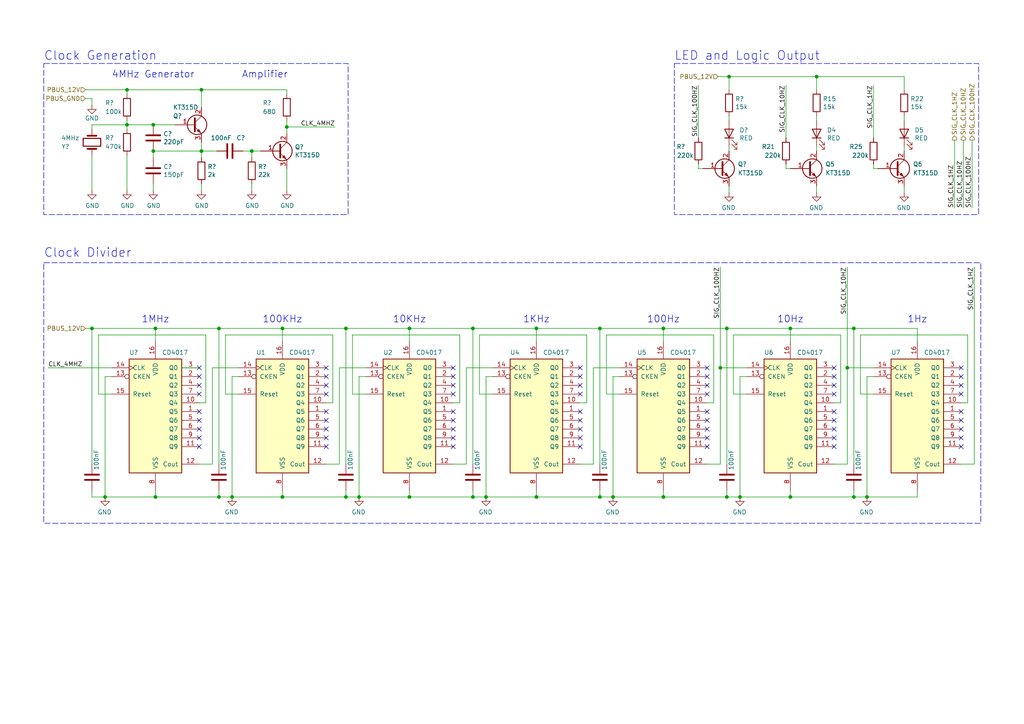
<source format=kicad_sch>
(kicad_sch (version 20250114) (generator "eeschema") (generator_version "9.0")
  (paper "A4")
  (title_block (title "IV-6 VFD Clock") (date "2025-06-25") (rev "MkII") (company "ADBeta"))
  (lib_symbols
    (symbol "4xxx:4017" (pin_names (offset 1.016))
      (property "Reference" "U" (at -7.62 16.51 0))
      (property "Value" "4017" (at -7.62 -19.05 0))
      (symbol "4017_1_0"
        (pin input clock (at -12.7 12.7 0) (length 5.08) (name "CLK") (number "14"))
        (pin input inverted (at -12.7 10.16 0) (length 5.08) (name "CKEN") (number "13"))
        (pin input line (at -12.7 5.08 0) (length 5.08) (name "Reset") (number "15"))
        (pin power_in line (at 0 20.32 270) (length 5.08) (name "VDD") (number "16"))
        (pin power_in line (at 0 -22.86 90) (length 5.08) (name "VSS") (number "8"))
        (pin output line (at 12.7 12.7 180) (length 5.08) (name "Q0") (number "3"))
        (pin output line (at 12.7 10.16 180) (length 5.08) (name "Q1") (number "2"))
        (pin output line (at 12.7 7.62 180) (length 5.08) (name "Q2") (number "4"))
        (pin output line (at 12.7 5.08 180) (length 5.08) (name "Q3") (number "7"))
        (pin output line (at 12.7 2.54 180) (length 5.08) (name "Q4") (number "10"))
        (pin output line (at 12.7 0 180) (length 5.08) (name "Q5") (number "1"))
        (pin output line (at 12.7 -2.54 180) (length 5.08) (name "Q6") (number "5"))
        (pin output line (at 12.7 -5.08 180) (length 5.08) (name "Q7") (number "6"))
        (pin output line (at 12.7 -7.62 180) (length 5.08) (name "Q8") (number "9"))
        (pin output line (at 12.7 -10.16 180) (length 5.08) (name "Q9") (number "11"))
        (pin output line (at 12.7 -15.24 180) (length 5.08) (name "Cout") (number "12"))
      )
      (symbol "4017_1_1"
        (rectangle (start -7.62 15.24) (end 7.62 -17.78) (stroke (width 0.254)) (fill (type background)))
      )
    )
    (symbol "Device:C" (pin_numbers (hide yes)) (pin_names (offset 0.254))
      (property "Reference" "C" (at 0.635 2.54 0))
      (property "Value" "C" (at 0.635 -2.54 0))
      (symbol "C_0_1"
        (polyline (pts (xy -2.032 0.762) (xy 2.032 0.762)) (stroke (width 0.508)))
        (polyline (pts (xy -2.032 -0.762) (xy 2.032 -0.762)) (stroke (width 0.508)))
      )
      (symbol "C_1_1"
        (pin passive line (at 0 3.81 270) (length 2.794) (name "~") (number "1"))
        (pin passive line (at 0 -3.81 90) (length 2.794) (name "~") (number "2"))
      )
    )
    (symbol "Device:Crystal" (pin_numbers (hide yes)) (pin_names (offset 1.016) (hide yes))
      (property "Reference" "Y" (at 0 3.81 0))
      (property "Value" "Crystal" (at 0 -3.81 0))
      (symbol "Crystal_0_1"
        (polyline (pts (xy -2.54 0) (xy -1.905 0)))
        (polyline (pts (xy -1.905 -1.27) (xy -1.905 1.27)) (stroke (width 0.508)))
        (rectangle (start -1.143 2.54) (end 1.143 -2.54) (stroke (width 0.3048)))
        (polyline (pts (xy 1.905 -1.27) (xy 1.905 1.27)) (stroke (width 0.508)))
        (polyline (pts (xy 2.54 0) (xy 1.905 0)))
      )
      (symbol "Crystal_1_1"
        (pin passive line (at -3.81 0 0) (length 1.27) (name "1") (number "1"))
        (pin passive line (at 3.81 0 180) (length 1.27) (name "2") (number "2"))
      )
    )
    (symbol "Device:LED" (pin_numbers (hide yes)) (pin_names (offset 1.016) (hide yes))
      (property "Reference" "D" (at 0 2.54 0))
      (property "Value" "LED" (at 0 -2.54 0))
      (symbol "LED_0_1"
        (polyline (pts (xy -3.048 -0.762) (xy -4.572 -2.286) (xy -3.81 -2.286) (xy -4.572 -2.286) (xy -4.572 -1.524)))
        (polyline (pts (xy -1.778 -0.762) (xy -3.302 -2.286) (xy -2.54 -2.286) (xy -3.302 -2.286) (xy -3.302 -1.524)))
        (polyline (pts (xy -1.27 0) (xy 1.27 0)))
        (polyline (pts (xy -1.27 -1.27) (xy -1.27 1.27)) (stroke (width 0.254)))
        (polyline (pts (xy 1.27 -1.27) (xy 1.27 1.27) (xy -1.27 0) (xy 1.27 -1.27)) (stroke (width 0.254)))
      )
      (symbol "LED_1_1"
        (pin passive line (at -3.81 0 0) (length 2.54) (name "K") (number "1"))
        (pin passive line (at 3.81 0 180) (length 2.54) (name "A") (number "2"))
      )
    )
    (symbol "Device:Q_NPN_BCE" (pin_names (offset 0) (hide yes))
      (property "Reference" "Q" (at 5.08 1.27 0))
      (property "Value" "Q_NPN_BCE" (at 5.08 -1.27 0))
      (symbol "Q_NPN_BCE_0_1"
        (polyline (pts (xy 0.635 1.905) (xy 0.635 -1.905) (xy 0.635 -1.905)) (stroke (width 0.508)))
        (polyline (pts (xy 0.635 0.635) (xy 2.54 2.54)))
        (polyline (pts (xy 0.635 -0.635) (xy 2.54 -2.54) (xy 2.54 -2.54)))
        (circle (center 1.27 0) (radius 2.8194) (stroke (width 0.254)))
        (polyline (pts (xy 1.27 -1.778) (xy 1.778 -1.27) (xy 2.286 -2.286) (xy 1.27 -1.778) (xy 1.27 -1.778)) (fill (type outline)))
      )
      (symbol "Q_NPN_BCE_1_1"
        (pin input line (at -5.08 0 0) (length 5.715) (name "B") (number "1"))
        (pin passive line (at 2.54 5.08 270) (length 2.54) (name "C") (number "2"))
        (pin passive line (at 2.54 -5.08 90) (length 2.54) (name "E") (number "3"))
      )
    )
    (symbol "Device:R" (pin_numbers (hide yes)) (pin_names (offset 0))
      (property "Reference" "R" (at 2.032 0 90))
      (property "Value" "R" (at 0 0 90))
      (symbol "R_0_1"
        (rectangle (start -1.016 -2.54) (end 1.016 2.54) (stroke (width 0.254)))
      )
      (symbol "R_1_1"
        (pin passive line (at 0 3.81 270) (length 1.27) (name "~") (number "1"))
        (pin passive line (at 0 -3.81 90) (length 1.27) (name "~") (number "2"))
      )
    )
    (symbol "power:GND" (power) (pin_names (offset 0))
      (property "Value" "GND" (at 0 -3.81 0))
      (symbol "GND_0_1"
        (polyline (pts (xy 0 0) (xy 0 -1.27) (xy 1.27 -1.27) (xy 0 -2.54) (xy -1.27 -1.27) (xy 0 -1.27)))
      )
      (symbol "GND_1_1"
        (pin power_in line (at 0 0 270) (length 0) (hide yes) (name "GND") (number "1"))
      )
    )
  )
  (rectangle (start 195.58 18.415) (end 283.845 62.23) (stroke (width 0) (type dash)))
  (rectangle (start 12.7 18.415) (end 100.965 62.23) (stroke (width 0) (type dash)))
  (rectangle (start 12.7 76.2) (end 284.48 151.765) (stroke (width 0) (type dash)))
  (text "4MHz Generator" (at 44.45 22.86 0) (effects (font (size 2 2)) (justify bottom)))
  (text "100KHz" (at 81.915 92.71 0) (effects (font (size 2 2))))
  (text "Clock Generation" (at 12.7 17.78 0) (effects (font (size 2.54 2.54)) (justify left bottom)))
  (text "10KHz" (at 118.745 92.71 0) (effects (font (size 2 2))))
  (text "Clock Divider" (at 12.7 74.93 0) (effects (font (size 2.54 2.54)) (justify left bottom)))
  (text "100Hz" (at 192.405 92.71 0) (effects (font (size 2 2))))
  (text "10Hz" (at 229.235 92.71 0) (effects (font (size 2 2))))
  (text "1Hz" (at 266.065 92.71 0) (effects (font (size 2 2))))
  (text "LED and Logic Output" (at 195.58 17.78 0) (effects (font (size 2.54 2.54)) (justify left bottom)))
  (text "1MHz" (at 45.085 92.71 0) (effects (font (size 2 2))))
  (text "Amplifier" (at 76.835 22.86 0) (effects (font (size 2 2)) (justify bottom)))
  (text "1KHz" (at 155.575 92.71 0) (effects (font (size 2 2))))
  (junction (at 63.5 144.145))
  (junction (at 100.33 95.25))
  (junction (at 245.745 106.68))
  (junction (at 26.67 95.25))
  (junction (at 67.31 144.145))
  (junction (at 155.575 144.145))
  (junction (at 58.42 26.035))
  (junction (at 118.745 144.145))
  (junction (at 30.48 144.145))
  (junction (at 173.99 144.145))
  (junction (at 44.45 43.815))
  (junction (at 36.83 36.195))
  (junction (at 137.16 95.25))
  (junction (at 177.8 144.145))
  (junction (at 214.63 144.145))
  (junction (at 63.5 95.25))
  (junction (at 58.42 43.815))
  (junction (at 36.83 26.035))
  (junction (at 137.16 144.145))
  (junction (at 81.915 95.25))
  (junction (at 247.65 144.145))
  (junction (at 118.745 95.25))
  (junction (at 45.085 95.25))
  (junction (at 83.185 36.83))
  (junction (at 44.45 36.195))
  (junction (at 208.915 106.68))
  (junction (at 211.455 22.225))
  (junction (at 192.405 95.25))
  (junction (at 236.855 22.225))
  (junction (at 104.14 144.145))
  (junction (at 45.085 144.145))
  (junction (at 229.235 144.145))
  (junction (at 192.405 144.145))
  (junction (at 173.99 95.25))
  (junction (at 210.82 95.25))
  (junction (at 100.33 144.145))
  (junction (at 251.46 144.145))
  (junction (at 247.65 95.25))
  (junction (at 229.235 95.25))
  (junction (at 73.025 43.815))
  (junction (at 210.82 144.145))
  (junction (at 81.915 144.145))
  (junction (at 155.575 95.25))
  (junction (at 140.97 144.145))
  (no_connect (at 57.785 127))
  (no_connect (at 131.445 127))
  (no_connect (at 94.615 119.38))
  (no_connect (at 205.105 127))
  (no_connect (at 168.275 111.76))
  (no_connect (at 205.105 106.68))
  (no_connect (at 131.445 119.38))
  (no_connect (at 278.765 124.46))
  (no_connect (at 241.935 111.76))
  (no_connect (at 131.445 121.92))
  (no_connect (at 57.785 114.3))
  (no_connect (at 241.935 121.92))
  (no_connect (at 131.445 111.76))
  (no_connect (at 94.615 109.22))
  (no_connect (at 205.105 121.92))
  (no_connect (at 278.765 129.54))
  (no_connect (at 205.105 114.3))
  (no_connect (at 168.275 121.92))
  (no_connect (at 278.765 114.3))
  (no_connect (at 131.445 129.54))
  (no_connect (at 168.275 129.54))
  (no_connect (at 94.615 127))
  (no_connect (at 241.935 124.46))
  (no_connect (at 168.275 106.68))
  (no_connect (at 241.935 114.3))
  (no_connect (at 94.615 111.76))
  (no_connect (at 168.275 124.46))
  (no_connect (at 241.935 127))
  (no_connect (at 94.615 106.68))
  (no_connect (at 94.615 129.54))
  (no_connect (at 57.785 106.68))
  (no_connect (at 94.615 121.92))
  (no_connect (at 278.765 127))
  (no_connect (at 131.445 106.68))
  (no_connect (at 278.765 109.22))
  (no_connect (at 168.275 114.3))
  (no_connect (at 131.445 114.3))
  (no_connect (at 57.785 124.46))
  (no_connect (at 241.935 109.22))
  (no_connect (at 131.445 109.22))
  (no_connect (at 57.785 119.38))
  (no_connect (at 57.785 111.76))
  (no_connect (at 57.785 121.92))
  (no_connect (at 241.935 129.54))
  (no_connect (at 241.935 119.38))
  (no_connect (at 205.105 119.38))
  (no_connect (at 205.105 124.46))
  (no_connect (at 205.105 111.76))
  (no_connect (at 168.275 119.38))
  (no_connect (at 205.105 109.22))
  (no_connect (at 57.785 109.22))
  (no_connect (at 168.275 127))
  (no_connect (at 278.765 106.68))
  (no_connect (at 278.765 119.38))
  (no_connect (at 94.615 114.3))
  (no_connect (at 241.935 106.68))
  (no_connect (at 94.615 124.46))
  (no_connect (at 57.785 129.54))
  (no_connect (at 278.765 111.76))
  (no_connect (at 168.275 109.22))
  (no_connect (at 278.765 121.92))
  (no_connect (at 131.445 124.46))
  (no_connect (at 205.105 129.54))
  (wire (pts (xy 118.745 99.06) (xy 118.745 95.25)))
  (wire (pts (xy 26.67 45.085) (xy 26.67 55.245)))
  (wire (pts (xy 155.575 144.145) (xy 173.99 144.145)))
  (wire (pts (xy 253.365 109.22) (xy 251.46 109.22)))
  (wire (pts (xy 100.33 95.25) (xy 118.745 95.25)))
  (wire (pts (xy 83.185 26.035) (xy 83.185 27.305)))
  (wire (pts (xy 155.575 95.25) (xy 173.99 95.25)))
  (wire (pts (xy 243.84 116.84) (xy 241.935 116.84)))
  (wire (pts (xy 142.875 114.3) (xy 139.065 114.3)))
  (wire (pts (xy 104.14 144.145) (xy 118.745 144.145)))
  (wire (pts (xy 211.455 22.225) (xy 236.855 22.225)))
  (wire (pts (xy 202.565 24.765) (xy 202.565 40.005)))
  (wire (pts (xy 279.4 60.325) (xy 279.4 40.64)))
  (wire (pts (xy 26.67 144.145) (xy 30.48 144.145)))
  (wire (pts (xy 245.745 77.47) (xy 245.745 106.68)))
  (wire (pts (xy 65.405 97.155) (xy 65.405 114.3)))
  (wire (pts (xy 168.275 134.62) (xy 172.085 134.62)))
  (wire (pts (xy 140.97 109.22) (xy 140.97 144.145)))
  (wire (pts (xy 173.99 144.145) (xy 177.8 144.145)))
  (wire (pts (xy 118.745 95.25) (xy 137.16 95.25)))
  (wire (pts (xy 173.99 134.62) (xy 173.99 95.25)))
  (wire (pts (xy 266.065 99.06) (xy 266.065 95.25)))
  (wire (pts (xy 173.99 142.24) (xy 173.99 144.145)))
  (wire (pts (xy 266.065 144.145) (xy 266.065 142.24)))
  (wire (pts (xy 227.965 47.625) (xy 227.965 48.895)))
  (wire (pts (xy 192.405 144.145) (xy 210.82 144.145)))
  (wire (pts (xy 26.67 36.195) (xy 36.83 36.195)))
  (wire (pts (xy 73.025 55.245) (xy 73.025 53.34)))
  (wire (pts (xy 236.855 42.545) (xy 236.855 43.815)))
  (wire (pts (xy 139.065 97.155) (xy 139.065 114.3)))
  (wire (pts (xy 245.745 106.68) (xy 253.365 106.68)))
  (wire (pts (xy 100.33 142.24) (xy 100.33 144.145)))
  (wire (pts (xy 83.185 55.245) (xy 83.185 48.895)))
  (wire (pts (xy 44.45 36.195) (xy 50.8 36.195)))
  (wire (pts (xy 30.48 109.22) (xy 30.48 144.145)))
  (wire (pts (xy 30.48 144.145) (xy 45.085 144.145)))
  (wire (pts (xy 236.855 22.225) (xy 262.255 22.225)))
  (wire (pts (xy 73.025 43.815) (xy 75.565 43.815)))
  (wire (pts (xy 96.52 97.155) (xy 65.405 97.155)))
  (wire (pts (xy 247.65 142.24) (xy 247.65 144.145)))
  (wire (pts (xy 236.855 34.925) (xy 236.855 33.655)))
  (wire (pts (xy 208.915 77.47) (xy 208.915 106.68)))
  (wire (pts (xy 44.45 45.72) (xy 44.45 43.815)))
  (wire (pts (xy 62.865 43.815) (xy 58.42 43.815)))
  (wire (pts (xy 44.45 55.245) (xy 44.45 53.34)))
  (wire (pts (xy 214.63 144.145) (xy 229.235 144.145)))
  (wire (pts (xy 45.085 99.06) (xy 45.085 95.25)))
  (wire (pts (xy 135.255 106.68) (xy 135.255 134.62)))
  (wire (pts (xy 278.765 134.62) (xy 282.575 134.62)))
  (wire (pts (xy 208.28 22.225) (xy 211.455 22.225)))
  (wire (pts (xy 137.16 142.24) (xy 137.16 144.145)))
  (wire (pts (xy 243.84 97.155) (xy 212.725 97.155)))
  (wire (pts (xy 52.705 106.68) (xy 57.785 106.68)))
  (wire (pts (xy 172.085 106.68) (xy 179.705 106.68)))
  (wire (pts (xy 253.365 24.765) (xy 253.365 40.005)))
  (wire (pts (xy 177.8 109.22) (xy 177.8 144.145)))
  (wire (pts (xy 24.765 95.25) (xy 26.67 95.25)))
  (wire (pts (xy 207.01 97.155) (xy 175.895 97.155)))
  (wire (pts (xy 61.595 106.68) (xy 61.595 134.62)))
  (wire (pts (xy 45.085 95.25) (xy 63.5 95.25)))
  (wire (pts (xy 276.86 60.325) (xy 276.86 40.64)))
  (wire (pts (xy 137.16 134.62) (xy 137.16 95.25)))
  (wire (pts (xy 102.235 97.155) (xy 102.235 114.3)))
  (wire (pts (xy 262.255 26.035) (xy 262.255 22.225)))
  (wire (pts (xy 243.84 116.84) (xy 243.84 97.155)))
  (wire (pts (xy 36.83 26.035) (xy 36.83 27.305)))
  (wire (pts (xy 133.35 97.155) (xy 102.235 97.155)))
  (wire (pts (xy 280.67 116.84) (xy 280.67 97.155)))
  (wire (pts (xy 251.46 144.145) (xy 266.065 144.145)))
  (wire (pts (xy 137.16 95.25) (xy 155.575 95.25)))
  (wire (pts (xy 247.65 144.145) (xy 251.46 144.145)))
  (wire (pts (xy 142.875 109.22) (xy 140.97 109.22)))
  (wire (pts (xy 229.235 95.25) (xy 247.65 95.25)))
  (wire (pts (xy 59.69 116.84) (xy 59.69 97.155)))
  (wire (pts (xy 205.105 134.62) (xy 208.915 134.62)))
  (wire (pts (xy 67.31 144.145) (xy 81.915 144.145)))
  (wire (pts (xy 96.52 116.84) (xy 96.52 97.155)))
  (wire (pts (xy 58.42 31.115) (xy 58.42 26.035)))
  (wire (pts (xy 227.965 48.895) (xy 229.235 48.895)))
  (wire (pts (xy 83.185 36.83) (xy 97.155 36.83)))
  (wire (pts (xy 192.405 95.25) (xy 210.82 95.25)))
  (wire (pts (xy 83.185 34.925) (xy 83.185 36.83)))
  (wire (pts (xy 210.82 142.24) (xy 210.82 144.145)))
  (wire (pts (xy 249.555 97.155) (xy 249.555 114.3)))
  (wire (pts (xy 229.235 144.145) (xy 247.65 144.145)))
  (wire (pts (xy 70.485 43.815) (xy 73.025 43.815)))
  (wire (pts (xy 133.35 116.84) (xy 131.445 116.84)))
  (wire (pts (xy 202.565 48.895) (xy 203.835 48.895)))
  (wire (pts (xy 137.16 144.145) (xy 140.97 144.145)))
  (wire (pts (xy 262.255 53.975) (xy 262.255 55.88)))
  (wire (pts (xy 192.405 142.24) (xy 192.405 144.145)))
  (wire (pts (xy 210.82 95.25) (xy 229.235 95.25)))
  (wire (pts (xy 216.535 109.22) (xy 214.63 109.22)))
  (wire (pts (xy 170.18 116.84) (xy 168.275 116.84)))
  (wire (pts (xy 282.575 134.62) (xy 282.575 77.47)))
  (wire (pts (xy 208.915 106.68) (xy 216.535 106.68)))
  (wire (pts (xy 247.65 95.25) (xy 266.065 95.25)))
  (wire (pts (xy 100.33 134.62) (xy 100.33 95.25)))
  (wire (pts (xy 175.895 97.155) (xy 175.895 114.3)))
  (wire (pts (xy 207.01 116.84) (xy 205.105 116.84)))
  (wire (pts (xy 262.255 34.925) (xy 262.255 33.655)))
  (wire (pts (xy 247.65 134.62) (xy 247.65 95.25)))
  (wire (pts (xy 63.5 144.145) (xy 67.31 144.145)))
  (wire (pts (xy 253.365 47.625) (xy 253.365 48.895)))
  (wire (pts (xy 59.69 116.84) (xy 57.785 116.84)))
  (wire (pts (xy 214.63 109.22) (xy 214.63 144.145)))
  (wire (pts (xy 63.5 95.25) (xy 81.915 95.25)))
  (wire (pts (xy 173.99 95.25) (xy 192.405 95.25)))
  (wire (pts (xy 26.67 134.62) (xy 26.67 95.25)))
  (wire (pts (xy 36.83 45.085) (xy 36.83 55.245)))
  (wire (pts (xy 179.705 109.22) (xy 177.8 109.22)))
  (wire (pts (xy 69.215 109.22) (xy 67.31 109.22)))
  (wire (pts (xy 227.965 24.765) (xy 227.965 40.005)))
  (wire (pts (xy 24.765 26.035) (xy 36.83 26.035)))
  (wire (pts (xy 170.18 97.155) (xy 139.065 97.155)))
  (wire (pts (xy 63.5 142.24) (xy 63.5 144.145)))
  (wire (pts (xy 24.765 28.575) (xy 26.67 28.575)))
  (wire (pts (xy 131.445 134.62) (xy 135.255 134.62)))
  (wire (pts (xy 236.855 53.975) (xy 236.855 55.88)))
  (wire (pts (xy 58.42 55.245) (xy 58.42 53.34)))
  (wire (pts (xy 280.67 97.155) (xy 249.555 97.155)))
  (wire (pts (xy 212.725 97.155) (xy 212.725 114.3)))
  (wire (pts (xy 262.255 42.545) (xy 262.255 43.815)))
  (wire (pts (xy 98.425 106.68) (xy 98.425 134.62)))
  (wire (pts (xy 253.365 48.895) (xy 254.635 48.895)))
  (wire (pts (xy 36.83 26.035) (xy 58.42 26.035)))
  (wire (pts (xy 118.745 144.145) (xy 137.16 144.145)))
  (wire (pts (xy 177.8 144.145) (xy 192.405 144.145)))
  (wire (pts (xy 241.935 134.62) (xy 245.745 134.62)))
  (wire (pts (xy 26.67 36.195) (xy 26.67 37.465)))
  (wire (pts (xy 245.745 106.68) (xy 245.745 134.62)))
  (wire (pts (xy 45.085 144.145) (xy 63.5 144.145)))
  (wire (pts (xy 251.46 109.22) (xy 251.46 144.145)))
  (wire (pts (xy 211.455 53.975) (xy 211.455 55.88)))
  (wire (pts (xy 36.83 36.195) (xy 44.45 36.195)))
  (wire (pts (xy 59.69 97.155) (xy 28.575 97.155)))
  (wire (pts (xy 98.425 106.68) (xy 106.045 106.68)))
  (wire (pts (xy 81.915 144.145) (xy 100.33 144.145)))
  (wire (pts (xy 170.18 116.84) (xy 170.18 97.155)))
  (wire (pts (xy 202.565 47.625) (xy 202.565 48.895)))
  (wire (pts (xy 216.535 114.3) (xy 212.725 114.3)))
  (wire (pts (xy 100.33 144.145) (xy 104.14 144.145)))
  (wire (pts (xy 81.915 95.25) (xy 100.33 95.25)))
  (wire (pts (xy 81.915 142.24) (xy 81.915 144.145)))
  (wire (pts (xy 172.085 106.68) (xy 172.085 134.62)))
  (wire (pts (xy 179.705 114.3) (xy 175.895 114.3)))
  (wire (pts (xy 81.915 99.06) (xy 81.915 95.25)))
  (wire (pts (xy 155.575 99.06) (xy 155.575 95.25)))
  (wire (pts (xy 67.31 109.22) (xy 67.31 144.145)))
  (wire (pts (xy 208.915 106.68) (xy 208.915 134.62)))
  (wire (pts (xy 83.185 36.83) (xy 83.185 38.735)))
  (wire (pts (xy 192.405 99.06) (xy 192.405 95.25)))
  (wire (pts (xy 229.235 142.24) (xy 229.235 144.145)))
  (wire (pts (xy 281.94 60.325) (xy 281.94 40.64)))
  (wire (pts (xy 236.855 22.225) (xy 236.855 26.035)))
  (wire (pts (xy 106.045 114.3) (xy 102.235 114.3)))
  (wire (pts (xy 135.255 106.68) (xy 142.875 106.68)))
  (wire (pts (xy 58.42 26.035) (xy 83.185 26.035)))
  (wire (pts (xy 104.14 109.22) (xy 104.14 144.145)))
  (wire (pts (xy 57.785 134.62) (xy 61.595 134.62)))
  (wire (pts (xy 210.82 134.62) (xy 210.82 95.25)))
  (wire (pts (xy 26.67 95.25) (xy 45.085 95.25)))
  (wire (pts (xy 61.595 106.68) (xy 69.215 106.68)))
  (wire (pts (xy 44.45 43.815) (xy 58.42 43.815)))
  (wire (pts (xy 45.085 142.24) (xy 45.085 144.145)))
  (wire (pts (xy 26.67 142.24) (xy 26.67 144.145)))
  (wire (pts (xy 58.42 45.72) (xy 58.42 43.815)))
  (wire (pts (xy 13.97 106.68) (xy 32.385 106.68)))
  (wire (pts (xy 28.575 97.155) (xy 28.575 114.3)))
  (wire (pts (xy 106.045 109.22) (xy 104.14 109.22)))
  (wire (pts (xy 211.455 34.925) (xy 211.455 33.655)))
  (wire (pts (xy 96.52 116.84) (xy 94.615 116.84)))
  (wire (pts (xy 30.48 109.22) (xy 32.385 109.22)))
  (wire (pts (xy 26.67 28.575) (xy 26.67 30.48)))
  (wire (pts (xy 211.455 42.545) (xy 211.455 43.815)))
  (wire (pts (xy 69.215 114.3) (xy 65.405 114.3)))
  (wire (pts (xy 94.615 134.62) (xy 98.425 134.62)))
  (wire (pts (xy 207.01 116.84) (xy 207.01 97.155)))
  (wire (pts (xy 155.575 142.24) (xy 155.575 144.145)))
  (wire (pts (xy 211.455 22.225) (xy 211.455 26.035)))
  (wire (pts (xy 280.67 116.84) (xy 278.765 116.84)))
  (wire (pts (xy 133.35 116.84) (xy 133.35 97.155)))
  (wire (pts (xy 253.365 114.3) (xy 249.555 114.3)))
  (wire (pts (xy 58.42 43.815) (xy 58.42 41.275)))
  (wire (pts (xy 32.385 114.3) (xy 28.575 114.3)))
  (wire (pts (xy 63.5 134.62) (xy 63.5 95.25)))
  (wire (pts (xy 36.83 36.195) (xy 36.83 37.465)))
  (wire (pts (xy 36.83 34.925) (xy 36.83 36.195)))
  (wire (pts (xy 140.97 144.145) (xy 155.575 144.145)))
  (wire (pts (xy 118.745 142.24) (xy 118.745 144.145)))
  (wire (pts (xy 210.82 144.145) (xy 214.63 144.145)))
  (wire (pts (xy 73.025 45.72) (xy 73.025 43.815)))
  (wire (pts (xy 229.235 99.06) (xy 229.235 95.25)))
  (label "SIG_CLK_100HZ" (at 202.565 24.765 270))
  (label "CLK_4MHZ" (at 13.97 106.68 0))
  (label "SIG_CLK_10HZ" (at 245.745 77.47 270))
  (label "SIG_CLK_1HZ" (at 282.575 77.47 270))
  (label "SIG_CLK_10HZ" (at 227.965 24.765 270))
  (label "SIG_CLK_10HZ" (at 279.4 60.325 90))
  (label "SIG_CLK_1HZ" (at 253.365 24.765 270))
  (label "SIG_CLK_100HZ" (at 208.915 77.47 270))
  (label "SIG_CLK_100HZ" (at 281.94 60.325 90))
  (label "CLK_4MHZ" (at 97.155 36.83 180))
  (label "SIG_CLK_1HZ" (at 276.86 60.325 90))
  (hierarchical_label "PBUS_12V" (shape input) (at 208.28 22.225 180))
  (hierarchical_label "PBUS_GND" (shape input) (at 24.765 28.575 180))
  (hierarchical_label "SIG_CLK_10HZ" (shape output) (at 279.4 40.64 90))
  (hierarchical_label "SIG_CLK_1HZ" (shape output) (at 276.86 40.64 90))
  (hierarchical_label "PBUS_12V" (shape input) (at 24.765 95.25 180))
  (hierarchical_label "SIG_CLK_100HZ" (shape output) (at 281.94 40.64 90))
  (hierarchical_label "PBUS_12V" (shape input) (at 24.765 26.035 180))
  (symbol (lib_id "Device:Crystal") (at 26.67 41.275 270) (unit 1)
    (property "Reference" "Y?" (at 17.78 42.545 90) (effects (justify left)))
    (property "Value" "4MHz" (at 17.78 40.005 90) (effects (justify left)))
  )
  (symbol (lib_id "power:GND") (at 26.67 55.245 0) (unit 1)
    (property "Reference" "#PWR?" (effects (hide yes)))
    (property "Value" "GND" (at 26.797 59.6392 0))
  )
  (symbol (lib_id "Device:R") (at 36.83 31.115 0) (unit 1)
    (property "Reference" "R?" (at 30.48 29.845 0) (effects (justify left)))
    (property "Value" "100k" (at 30.48 32.385 0) (effects (justify left)))
  )
  (symbol (lib_id "Device:R") (at 36.83 41.275 0) (unit 1)
    (property "Reference" "R?" (at 30.48 40.005 0) (effects (justify left)))
    (property "Value" "470k" (at 30.48 42.545 0) (effects (justify left)))
  )
  (symbol (lib_id "Device:C") (at 44.45 40.005 0) (unit 1)
    (property "Reference" "C?" (at 47.371 38.8366 0) (effects (justify left)))
    (property "Value" "220pF" (at 47.371 41.148 0) (effects (justify left)))
    (property "Footprint" "Capacitor_THT:C_Disc_D5.0mm_W2.5mm_P2.50mm" (effects (hide yes)))
  )
  (symbol (lib_id "Device:C") (at 44.45 49.53 0) (unit 1)
    (property "Reference" "C?" (at 47.371 48.3616 0) (effects (justify left)))
    (property "Value" "150pF" (at 47.371 50.673 0) (effects (justify left)))
    (property "Footprint" "Capacitor_THT:C_Disc_D5.0mm_W2.5mm_P2.50mm" (effects (hide yes)))
  )
  (symbol (lib_id "Device:Q_NPN_BCE") (at 55.88 36.195 0) (unit 1)
    (property "Reference" "Q?" (at 50.165 33.655 0) (effects (justify left)))
    (property "Value" "KT315D" (at 50.165 31.115 0) (effects (justify left)))
    (property "Footprint" "Lib_Custom:KT3xx_BCE_Transistor" (effects (hide yes)))
  )
  (symbol (lib_id "Device:R") (at 58.42 49.53 0) (unit 1)
    (property "Reference" "R?" (at 60.198 48.3616 0) (effects (justify left)))
    (property "Value" "2k" (at 60.198 50.673 0) (effects (justify left)))
  )
  (symbol (lib_id "power:GND") (at 36.83 55.245 0) (unit 1)
    (property "Reference" "#PWR?" (effects (hide yes)))
    (property "Value" "GND" (at 36.957 59.6392 0))
  )
  (symbol (lib_id "power:GND") (at 44.45 55.245 0) (unit 1)
    (property "Reference" "#PWR?" (effects (hide yes)))
    (property "Value" "GND" (at 44.577 59.6392 0))
  )
  (symbol (lib_id "power:GND") (at 58.42 55.245 0) (unit 1)
    (property "Reference" "#PWR?" (effects (hide yes)))
    (property "Value" "GND" (at 58.547 59.6392 0))
  )
  (symbol (lib_id "Device:C") (at 66.675 43.815 90) (unit 1)
    (property "Reference" "C?" (at 69.85 40.005 90))
    (property "Value" "100nF" (at 64.135 40.005 90))
    (property "Footprint" "Capacitor_THT:C_Disc_D5.0mm_W2.5mm_P2.50mm" (effects (hide yes)))
  )
  (symbol (lib_id "Device:R") (at 83.185 31.115 0) (unit 1)
    (property "Reference" "R?" (at 76.2 29.845 0) (effects (justify left)))
    (property "Value" "680" (at 76.2 32.385 0) (effects (justify left)))
  )
  (symbol (lib_id "power:GND") (at 83.185 55.245 0) (unit 1)
    (property "Reference" "#PWR?" (effects (hide yes)))
    (property "Value" "GND" (at 83.312 59.6392 0))
  )
  (symbol (lib_id "power:GND") (at 73.025 55.245 0) (unit 1)
    (property "Reference" "#PWR?" (effects (hide yes)))
    (property "Value" "GND" (at 73.152 59.6392 0))
  )
  (symbol (lib_id "Device:R") (at 73.025 49.53 0) (unit 1)
    (property "Reference" "R?" (at 74.803 48.3616 0) (effects (justify left)))
    (property "Value" "22k" (at 74.803 50.673 0) (effects (justify left)))
  )
  (symbol (lib_id "Device:Q_NPN_BCE") (at 80.645 43.815 0) (unit 1)
    (property "Reference" "Q?" (at 85.4964 42.6466 0) (effects (justify left)))
    (property "Value" "KT315D" (at 85.4964 44.958 0) (effects (justify left)))
    (property "Footprint" "Lib_Custom:KT3xx_BCE_Transistor" (effects (hide yes)))
  )
  (symbol (lib_id "4xxx:4017") (at 45.085 119.38 0) (unit 1)
    (property "Reference" "U?" (at 37.465 102.235 0) (effects (justify left)))
    (property "Value" "CD4017" (at 46.99 102.235 0) (effects (justify left)))
    (property "Datasheet" "http://www.intersil.com/content/dam/Intersil/documents/cd40/cd4017bms-22bms.pdf" (effects (hide yes)))
  )
  (symbol (lib_id "Device:C") (at 26.67 138.43 0) (mirror x) (unit 1)
    (property "Reference" "C?" (effects (hide yes)))
    (property "Value" "100nF" (at 27.94 133.35 90))
    (property "Footprint" "Capacitor_THT:C_Disc_D5.0mm_W2.5mm_P2.50mm" (effects (hide yes)))
  )
  (symbol (lib_id "Device:Q_NPN_BCE") (at 208.915 48.895 0) (unit 1)
    (property "Reference" "Q?" (at 213.995 47.625 0) (effects (justify left)))
    (property "Value" "KT315D" (at 213.995 50.165 0) (effects (justify left)))
    (property "Footprint" "Lib_Custom:KT3xx_BCE_Transistor" (effects (hide yes)))
  )
  (symbol (lib_id "Device:R") (at 202.565 43.815 0) (unit 1)
    (property "Reference" "R?" (at 197.485 42.545 0))
    (property "Value" "220k" (at 198.755 45.085 0))
  )
  (symbol (lib_id "Device:R") (at 211.455 29.845 180) (unit 1)
    (property "Reference" "R?" (at 213.233 28.6766 0) (effects (justify right)))
    (property "Value" "15k" (at 213.233 30.988 0) (effects (justify right)))
  )
  (symbol (lib_id "power:GND") (at 211.455 55.88 0) (mirror y) (unit 1)
    (property "Reference" "#PWR?" (effects (hide yes)))
    (property "Value" "GND" (at 211.328 60.2742 0))
  )
  (symbol (lib_id "Device:LED") (at 211.455 38.735 90) (unit 1)
    (property "Reference" "D?" (at 214.4522 37.7444 90) (effects (justify right)))
    (property "Value" "RED" (at 214.4522 40.0558 90) (effects (justify right)))
  )
  (symbol (lib_id "Device:LED") (at 262.255 38.735 90) (unit 1)
    (property "Reference" "D5" (at 265.2522 37.7444 90) (effects (justify right)))
    (property "Value" "RED" (at 265.2522 40.0558 90) (effects (justify right)))
  )
  (symbol (lib_id "power:GND") (at 26.67 30.48 0) (unit 1)
    (property "Reference" "#PWR010" (effects (hide yes)))
    (property "Value" "GND" (at 26.67 34.29 0))
  )
  (symbol (lib_id "power:GND") (at 214.63 144.145 0) (mirror y) (unit 1)
    (property "Reference" "#PWR08" (effects (hide yes)))
    (property "Value" "GND" (at 214.503 148.5392 0))
  )
  (symbol (lib_id "power:GND") (at 30.48 144.145 0) (mirror y) (unit 1)
    (property "Reference" "#PWR03" (effects (hide yes)))
    (property "Value" "GND" (at 30.353 148.5392 0))
  )
  (symbol (lib_id "4xxx:4017") (at 192.405 119.38 0) (unit 1)
    (property "Reference" "U5" (at 184.785 102.235 0) (effects (justify left)))
    (property "Value" "CD4017" (at 194.31 102.235 0) (effects (justify left)))
    (property "Datasheet" "http://www.intersil.com/content/dam/Intersil/documents/cd40/cd4017bms-22bms.pdf" (effects (hide yes)))
  )
  (symbol (lib_id "power:GND") (at 236.855 55.88 0) (mirror y) (unit 1)
    (property "Reference" "#PWR01" (effects (hide yes)))
    (property "Value" "GND" (at 236.728 60.2742 0))
  )
  (symbol (lib_id "Device:R") (at 262.255 29.845 180) (unit 1)
    (property "Reference" "R22" (at 264.033 28.6766 0) (effects (justify right)))
    (property "Value" "15k" (at 264.033 30.988 0) (effects (justify right)))
  )
  (symbol (lib_id "4xxx:4017") (at 118.745 119.38 0) (unit 1)
    (property "Reference" "U2" (at 111.125 102.235 0) (effects (justify left)))
    (property "Value" "CD4017" (at 120.65 102.235 0) (effects (justify left)))
    (property "Datasheet" "http://www.intersil.com/content/dam/Intersil/documents/cd40/cd4017bms-22bms.pdf" (effects (hide yes)))
  )
  (symbol (lib_id "4xxx:4017") (at 229.235 119.38 0) (unit 1)
    (property "Reference" "U6" (at 221.615 102.235 0) (effects (justify left)))
    (property "Value" "CD4017" (at 231.14 102.235 0) (effects (justify left)))
    (property "Datasheet" "http://www.intersil.com/content/dam/Intersil/documents/cd40/cd4017bms-22bms.pdf" (effects (hide yes)))
  )
  (symbol (lib_id "Device:C") (at 173.99 138.43 0) (mirror x) (unit 1)
    (property "Reference" "C12" (effects (hide yes)))
    (property "Value" "100nF" (at 175.26 133.35 90))
    (property "Footprint" "Capacitor_THT:C_Disc_D5.0mm_W2.5mm_P2.50mm" (effects (hide yes)))
  )
  (symbol (lib_id "Device:Q_NPN_BCE") (at 234.315 48.895 0) (unit 1)
    (property "Reference" "Q5" (at 239.395 47.625 0) (effects (justify left)))
    (property "Value" "KT315D" (at 239.395 50.165 0) (effects (justify left)))
    (property "Footprint" "Lib_Custom:KT3xx_BCE_Transistor" (effects (hide yes)))
  )
  (symbol (lib_id "Device:C") (at 137.16 138.43 0) (mirror x) (unit 1)
    (property "Reference" "C11" (effects (hide yes)))
    (property "Value" "100nF" (at 138.43 133.35 90))
    (property "Footprint" "Capacitor_THT:C_Disc_D5.0mm_W2.5mm_P2.50mm" (effects (hide yes)))
  )
  (symbol (lib_id "4xxx:4017") (at 266.065 119.38 0) (unit 1)
    (property "Reference" "U7" (at 258.445 102.235 0) (effects (justify left)))
    (property "Value" "CD4017" (at 267.97 102.235 0) (effects (justify left)))
    (property "Datasheet" "http://www.intersil.com/content/dam/Intersil/documents/cd40/cd4017bms-22bms.pdf" (effects (hide yes)))
  )
  (symbol (lib_id "Device:R") (at 236.855 29.845 180) (unit 1)
    (property "Reference" "R15" (at 238.633 28.6766 0) (effects (justify right)))
    (property "Value" "15k" (at 238.633 30.988 0) (effects (justify right)))
  )
  (symbol (lib_id "Device:C") (at 63.5 138.43 0) (mirror x) (unit 1)
    (property "Reference" "C9" (effects (hide yes)))
    (property "Value" "100nF" (at 64.77 133.35 90))
    (property "Footprint" "Capacitor_THT:C_Disc_D5.0mm_W2.5mm_P2.50mm" (effects (hide yes)))
  )
  (symbol (lib_id "Device:C") (at 100.33 138.43 0) (mirror x) (unit 1)
    (property "Reference" "C10" (effects (hide yes)))
    (property "Value" "100nF" (at 101.6 133.35 90))
    (property "Footprint" "Capacitor_THT:C_Disc_D5.0mm_W2.5mm_P2.50mm" (effects (hide yes)))
  )
  (symbol (lib_id "Device:R") (at 227.965 43.815 0) (unit 1)
    (property "Reference" "R21" (at 222.885 42.545 0))
    (property "Value" "220k" (at 224.155 45.085 0))
  )
  (symbol (lib_id "Device:Q_NPN_BCE") (at 259.715 48.895 0) (unit 1)
    (property "Reference" "Q6" (at 264.795 47.625 0) (effects (justify left)))
    (property "Value" "KT315D" (at 264.795 50.165 0) (effects (justify left)))
    (property "Footprint" "Lib_Custom:KT3xx_BCE_Transistor" (effects (hide yes)))
  )
  (symbol (lib_id "power:GND") (at 262.255 55.88 0) (mirror y) (unit 1)
    (property "Reference" "#PWR02" (effects (hide yes)))
    (property "Value" "GND" (at 262.128 60.2742 0))
  )
  (symbol (lib_id "4xxx:4017") (at 155.575 119.38 0) (unit 1)
    (property "Reference" "U4" (at 147.955 102.235 0) (effects (justify left)))
    (property "Value" "CD4017" (at 157.48 102.235 0) (effects (justify left)))
    (property "Datasheet" "http://www.intersil.com/content/dam/Intersil/documents/cd40/cd4017bms-22bms.pdf" (effects (hide yes)))
  )
  (symbol (lib_id "power:GND") (at 67.31 144.145 0) (mirror y) (unit 1)
    (property "Reference" "#PWR04" (effects (hide yes)))
    (property "Value" "GND" (at 67.183 148.5392 0))
  )
  (symbol (lib_id "Device:C") (at 247.65 138.43 0) (mirror x) (unit 1)
    (property "Reference" "C14" (effects (hide yes)))
    (property "Value" "100nF" (at 248.92 133.35 90))
    (property "Footprint" "Capacitor_THT:C_Disc_D5.0mm_W2.5mm_P2.50mm" (effects (hide yes)))
  )
  (symbol (lib_id "power:GND") (at 251.46 144.145 0) (mirror y) (unit 1)
    (property "Reference" "#PWR09" (effects (hide yes)))
    (property "Value" "GND" (at 251.333 148.5392 0))
  )
  (symbol (lib_id "power:GND") (at 104.14 144.145 0) (mirror y) (unit 1)
    (property "Reference" "#PWR05" (effects (hide yes)))
    (property "Value" "GND" (at 104.013 148.5392 0))
  )
  (symbol (lib_id "Device:LED") (at 236.855 38.735 90) (unit 1)
    (property "Reference" "D4" (at 239.8522 37.7444 90) (effects (justify right)))
    (property "Value" "RED" (at 239.8522 40.0558 90) (effects (justify right)))
  )
  (symbol (lib_id "4xxx:4017") (at 81.915 119.38 0) (unit 1)
    (property "Reference" "U1" (at 74.295 102.235 0) (effects (justify left)))
    (property "Value" "CD4017" (at 83.82 102.235 0) (effects (justify left)))
    (property "Datasheet" "http://www.intersil.com/content/dam/Intersil/documents/cd40/cd4017bms-22bms.pdf" (effects (hide yes)))
  )
  (symbol (lib_id "Device:R") (at 253.365 43.815 0) (unit 1)
    (property "Reference" "R25" (at 248.285 42.545 0))
    (property "Value" "220k" (at 249.555 45.085 0))
  )
  (symbol (lib_id "power:GND") (at 140.97 144.145 0) (mirror y) (unit 1)
    (property "Reference" "#PWR06" (effects (hide yes)))
    (property "Value" "GND" (at 140.843 148.5392 0))
  )
  (symbol (lib_id "Device:C") (at 210.82 138.43 0) (mirror x) (unit 1)
    (property "Reference" "C13" (effects (hide yes)))
    (property "Value" "100nF" (at 212.09 133.35 90))
    (property "Footprint" "Capacitor_THT:C_Disc_D5.0mm_W2.5mm_P2.50mm" (effects (hide yes)))
  )
  (symbol (lib_id "power:GND") (at 177.8 144.145 0) (mirror y) (unit 1)
    (property "Reference" "#PWR07" (effects (hide yes)))
    (property "Value" "GND" (at 177.673 148.5392 0))
  )
)
</source>
